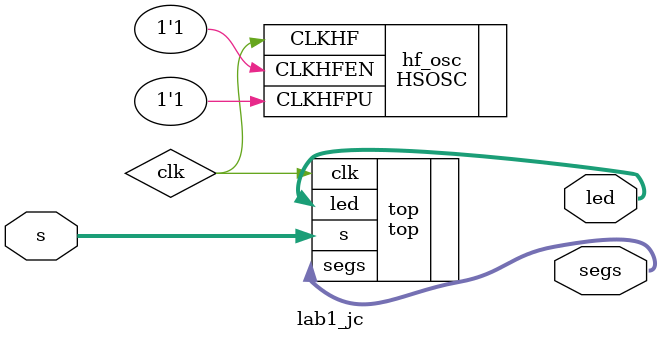
<source format=sv>

module lab1_jc (
  input  logic [3:0] s,
  output logic [2:0] led,
  output logic [6:0] segs
);

	logic clk;

	// Internal high-speed oscillator
	HSOSC hf_osc (.CLKHFPU(1'b1), .CLKHFEN(1'b1), .CLKHF(clk));

	// Main verilog module
	top top (.clk, .s, .led, .segs);
endmodule

</source>
